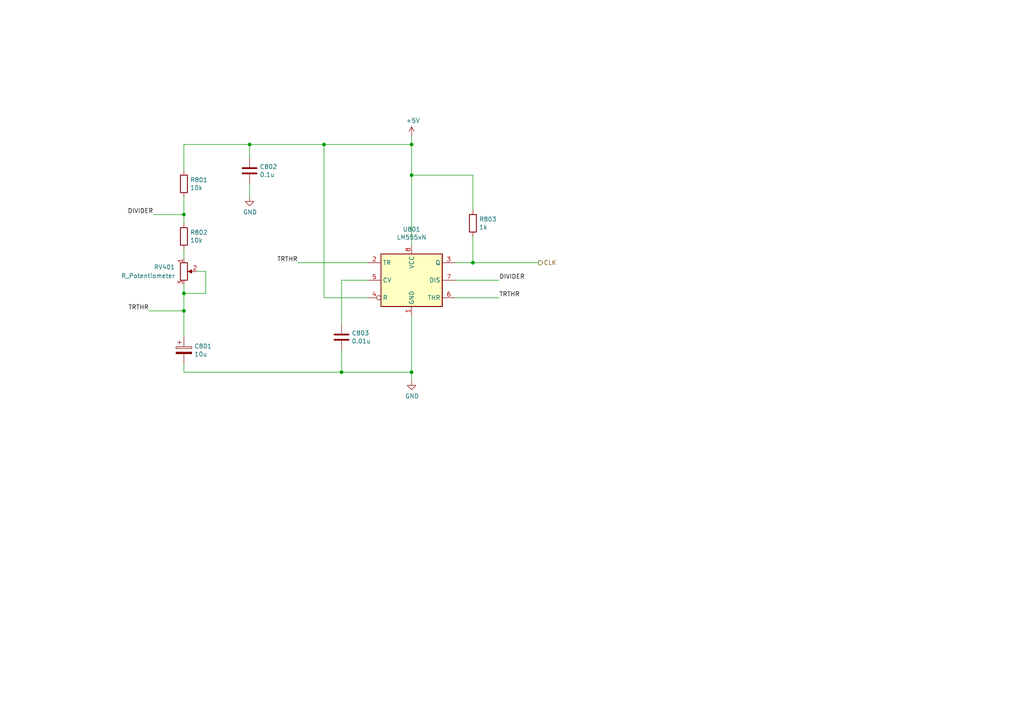
<source format=kicad_sch>
(kicad_sch (version 20230121) (generator eeschema)
  (paper "A4")
  (lib_symbols
    (symbol "Device:C" (pin_numbers hide) (pin_names (offset 0.254))
      (property "Reference" "C" (at 0.635 2.54 0))
      (property "Value" "C" (at 0.635 -2.54 0))
      (symbol "C_0_1"
        (polyline (pts (xy -2.032 -0.762) (xy 2.032 -0.762)) (stroke (width 0.508)))
        (polyline (pts (xy -2.032 0.762) (xy 2.032 0.762)) (stroke (width 0.508)))
      )
      (symbol "C_1_1"
        (pin passive line (at 0 3.81 270) (length 2.794) (name "~") (number "1"))
        (pin passive line (at 0 -3.81 90) (length 2.794) (name "~") (number "2"))
      )
    )
    (symbol "Device:R" (pin_numbers hide) (pin_names (offset 0))
      (property "Reference" "R" (at 2.032 0 90))
      (property "Value" "R" (at 0 0 90))
      (symbol "R_0_1"
        (rectangle (start -1.016 -2.54) (end 1.016 2.54) (stroke (width 0.254)))
      )
      (symbol "R_1_1"
        (pin passive line (at 0 3.81 270) (length 1.27) (name "~") (number "1"))
        (pin passive line (at 0 -3.81 90) (length 1.27) (name "~") (number "2"))
      )
    )
    (symbol "Device:R_Potentiometer" (pin_names (offset 1.016) hide)
      (property "Reference" "RV" (at -4.445 0 90))
      (property "Value" "R_Potentiometer" (at -2.54 0 90))
      (symbol "R_Potentiometer_0_1"
        (polyline (pts (xy 2.54 0) (xy 1.524 0)))
        (polyline (pts (xy 1.143 0) (xy 2.286 0.508) (xy 2.286 -0.508) (xy 1.143 0)) (fill (type outline)))
        (rectangle (start 1.016 2.54) (end -1.016 -2.54) (stroke (width 0.254)))
      )
      (symbol "R_Potentiometer_1_1"
        (pin passive line (at 0 3.81 270) (length 1.27) (name "1") (number "1"))
        (pin passive line (at 3.81 0 180) (length 1.27) (name "2") (number "2"))
        (pin passive line (at 0 -3.81 90) (length 1.27) (name "3") (number "3"))
      )
    )
    (symbol "LFSR Logo-rescue:CP-Device" (pin_numbers hide) (pin_names (offset 0.254))
      (property "Reference" "C" (at 0.635 2.54 0))
      (property "Value" "Device_CP" (at 0.635 -2.54 0))
      (symbol "CP-Device_0_1"
        (rectangle (start -2.286 0.508) (end 2.286 1.016))
        (polyline (pts (xy -1.778 2.286) (xy -0.762 2.286)))
        (polyline (pts (xy -1.27 2.794) (xy -1.27 1.778)))
        (rectangle (start 2.286 -0.508) (end -2.286 -1.016) (fill (type outline)))
      )
      (symbol "CP-Device_1_1"
        (pin passive line (at 0 3.81 270) (length 2.794) (name "~") (number "1"))
        (pin passive line (at 0 -3.81 90) (length 2.794) (name "~") (number "2"))
      )
    )
    (symbol "Timer:LM555xN"
      (property "Reference" "U" (at -10.16 8.89 0))
      (property "Value" "LM555xN" (at 2.54 8.89 0))
      (symbol "LM555xN_0_0"
        (pin power_in line (at 0 -10.16 90) (length 2.54) (name "GND") (number "1"))
        (pin power_in line (at 0 10.16 270) (length 2.54) (name "VCC") (number "8"))
      )
      (symbol "LM555xN_0_1"
        (rectangle (start -8.89 -7.62) (end 8.89 7.62) (stroke (width 0.254)) (fill (type background)))
        (rectangle (start -8.89 -7.62) (end 8.89 7.62) (stroke (width 0.254)) (fill (type background)))
      )
      (symbol "LM555xN_1_1"
        (pin input line (at -12.7 5.08 0) (length 3.81) (name "TR") (number "2"))
        (pin output line (at 12.7 5.08 180) (length 3.81) (name "Q") (number "3"))
        (pin input inverted (at -12.7 -5.08 0) (length 3.81) (name "R") (number "4"))
        (pin input line (at -12.7 0 0) (length 3.81) (name "CV") (number "5"))
        (pin input line (at 12.7 -5.08 180) (length 3.81) (name "THR") (number "6"))
        (pin input line (at 12.7 0 180) (length 3.81) (name "DIS") (number "7"))
      )
    )
    (symbol "power:+5V" (power) (pin_names (offset 0))
      (property "Value" "+5V" (at 0 3.556 0))
      (symbol "+5V_0_1"
        (polyline (pts (xy -0.762 1.27) (xy 0 2.54)))
        (polyline (pts (xy 0 0) (xy 0 2.54)))
        (polyline (pts (xy 0 2.54) (xy 0.762 1.27)))
      )
      (symbol "+5V_1_1"
        (pin power_in line (at 0 0 90) (length 0) hide (name "+5V") (number "1"))
      )
    )
    (symbol "power:GND" (power) (pin_names (offset 0))
      (property "Value" "GND" (at 0 -3.81 0))
      (symbol "GND_0_1"
        (polyline (pts (xy 0 0) (xy 0 -1.27) (xy 1.27 -1.27) (xy 0 -2.54) (xy -1.27 -1.27) (xy 0 -1.27)))
      )
      (symbol "GND_1_1"
        (pin power_in line (at 0 0 270) (length 0) hide (name "GND") (number "1"))
      )
    )
  )
  (junction (at 53.34 85.09))
  (junction (at 53.34 90.17))
  (junction (at 72.39 41.91))
  (junction (at 137.16 76.2))
  (junction (at 119.38 107.95))
  (junction (at 119.38 50.8))
  (junction (at 99.06 107.95))
  (junction (at 119.38 41.91))
  (junction (at 93.98 41.91))
  (junction (at 53.34 62.23))
  (wire (pts (xy 119.38 91.44) (xy 119.38 107.95)))
  (wire (pts (xy 119.38 107.95) (xy 119.38 110.49)))
  (wire (pts (xy 106.68 86.36) (xy 93.98 86.36)))
  (wire (pts (xy 137.16 68.58) (xy 137.16 76.2)))
  (wire (pts (xy 93.98 41.91) (xy 119.38 41.91)))
  (wire (pts (xy 53.34 105.41) (xy 53.34 107.95)))
  (wire (pts (xy 43.18 90.17) (xy 53.34 90.17)))
  (wire (pts (xy 53.34 62.23) (xy 53.34 64.77)))
  (wire (pts (xy 132.08 76.2) (xy 137.16 76.2)))
  (wire (pts (xy 53.34 107.95) (xy 99.06 107.95)))
  (wire (pts (xy 137.16 60.96) (xy 137.16 50.8)))
  (wire (pts (xy 86.36 76.2) (xy 106.68 76.2)))
  (wire (pts (xy 132.08 86.36) (xy 144.78 86.36)))
  (wire (pts (xy 72.39 41.91) (xy 93.98 41.91)))
  (wire (pts (xy 59.69 78.74) (xy 59.69 85.09)))
  (wire (pts (xy 72.39 45.72) (xy 72.39 41.91)))
  (wire (pts (xy 72.39 57.15) (xy 72.39 53.34)))
  (wire (pts (xy 137.16 50.8) (xy 119.38 50.8)))
  (wire (pts (xy 99.06 81.28) (xy 99.06 93.98)))
  (wire (pts (xy 53.34 72.39) (xy 53.34 74.93)))
  (wire (pts (xy 53.34 49.53) (xy 53.34 41.91)))
  (wire (pts (xy 106.68 81.28) (xy 99.06 81.28)))
  (wire (pts (xy 119.38 71.12) (xy 119.38 50.8)))
  (wire (pts (xy 53.34 85.09) (xy 53.34 90.17)))
  (wire (pts (xy 53.34 82.55) (xy 53.34 85.09)))
  (wire (pts (xy 57.15 78.74) (xy 59.69 78.74)))
  (wire (pts (xy 137.16 76.2) (xy 156.21 76.2)))
  (wire (pts (xy 44.45 62.23) (xy 53.34 62.23)))
  (wire (pts (xy 99.06 101.6) (xy 99.06 107.95)))
  (wire (pts (xy 53.34 57.15) (xy 53.34 62.23)))
  (wire (pts (xy 132.08 81.28) (xy 144.78 81.28)))
  (wire (pts (xy 53.34 90.17) (xy 53.34 97.79)))
  (wire (pts (xy 119.38 50.8) (xy 119.38 41.91)))
  (wire (pts (xy 53.34 41.91) (xy 72.39 41.91)))
  (wire (pts (xy 53.34 85.09) (xy 59.69 85.09)))
  (wire (pts (xy 93.98 86.36) (xy 93.98 41.91)))
  (wire (pts (xy 119.38 41.91) (xy 119.38 39.37)))
  (wire (pts (xy 99.06 107.95) (xy 119.38 107.95)))
  (label "TRTHR" (at 86.36 76.2 180))
  (label "DIVIDER" (at 44.45 62.23 180))
  (label "TRTHR" (at 144.78 86.36 0))
  (label "TRTHR" (at 43.18 90.17 180))
  (label "DIVIDER" (at 144.78 81.28 0))
  (hierarchical_label "CLK" (shape output) (at 156.21 76.2 0))
  (symbol (lib_id "Device:R") (at 137.16 64.77 0) (unit 1)
    (property "Reference" "R803" (at 138.938 63.6016 0) (effects (justify left)))
    (property "Value" "1k" (at 138.938 65.913 0) (effects (justify left)))
    (property "Footprint" "Resistor_THT:R_Axial_DIN0207_L6.3mm_D2.5mm_P7.62mm_Horizontal" (effects hide))
    (instances (project "LFSR Logo" (path "" (reference "R803") (unit 1)) (path "" (reference "R?") (unit 1))) (project "LFSR Disc 24" (path "" (reference "R403") (unit 1))))
  )
  (symbol (lib_id "Timer:LM555xN") (at 119.38 81.28 0) (unit 1)
    (property "Reference" "U801" (at 119.38 66.5226 0))
    (property "Value" "LM555xN" (at 119.38 68.834 0))
    (property "Footprint" "Package_DIP:DIP-8_W7.62mm_Socket" (effects hide))
    (property "Datasheet" "http://www.ti.com/lit/ds/symlink/lm555.pdf" (effects hide))
    (instances (project "LFSR Logo" (path "" (reference "U801") (unit 1)) (path "" (reference "U?") (unit 1))) (project "LFSR Disc 24" (path "" (reference "U401") (unit 1))))
  )
  (symbol (lib_id "power:GND") (at 72.39 57.15 0) (unit 1)
    (property "Reference" "#PWR0801" (effects hide))
    (property "Value" "GND" (at 72.517 61.5442 0))
    (instances (project "LFSR Logo" (path "" (reference "#PWR0801") (unit 1)) (path "" (reference "#PWR?") (unit 1))) (project "LFSR Disc 24" (path "" (reference "#PWR0401") (unit 1))))
  )
  (symbol (lib_id "Device:C") (at 72.39 49.53 180) (unit 1)
    (property "Reference" "C802" (at 75.311 48.3616 0) (effects (justify right)))
    (property "Value" "0.1u" (at 75.311 50.673 0) (effects (justify right)))
    (property "Footprint" "Capacitor_THT:C_Disc_D4.3mm_W1.9mm_P5.00mm" (effects hide))
    (instances (project "LFSR Logo" (path "" (reference "C802") (unit 1)) (path "" (reference "C?") (unit 1))) (project "LFSR Disc 24" (path "" (reference "C402") (unit 1))))
  )
  (symbol (lib_id "Device:R") (at 53.34 53.34 0) (unit 1)
    (property "Reference" "R801" (at 55.118 52.1716 0) (effects (justify left)))
    (property "Value" "10k" (at 55.118 54.483 0) (effects (justify left)))
    (property "Footprint" "Resistor_THT:R_Axial_DIN0207_L6.3mm_D2.5mm_P7.62mm_Horizontal" (effects hide))
    (instances (project "LFSR Logo" (path "" (reference "R801") (unit 1)) (path "" (reference "R?") (unit 1))) (project "LFSR Disc 24" (path "" (reference "R401") (unit 1))))
  )
  (symbol (lib_id "Device:R_Potentiometer") (at 53.34 78.74 0) (unit 1)
    (property "Reference" "RV401" (at 50.8 77.47 0) (effects (justify right)))
    (property "Value" "R_Potentiometer" (at 50.8 80.01 0) (effects (justify right)))
    (property "Footprint" "Potentiometer_THT:Potentiometer_Piher_PT-10-V10_Vertical" (effects hide))
  )
  (symbol (lib_id "Device:C") (at 99.06 97.79 0) (unit 1)
    (property "Reference" "C803" (at 101.981 96.6216 0) (effects (justify left)))
    (property "Value" "0.01u" (at 101.981 98.933 0) (effects (justify left)))
    (property "Footprint" "Capacitor_THT:C_Disc_D3.4mm_W2.1mm_P2.50mm" (effects hide))
    (instances (project "LFSR Logo" (path "" (reference "C803") (unit 1)) (path "" (reference "C?") (unit 1))) (project "LFSR Disc 24" (path "" (reference "C403") (unit 1))))
  )
  (symbol (lib_id "LFSR Logo-rescue:CP-Device") (at 53.34 101.6 0) (unit 1)
    (property "Reference" "C801" (at 56.3372 100.4316 0) (effects (justify left)))
    (property "Value" "10u" (at 56.3372 102.743 0) (effects (justify left)))
    (property "Footprint" "Capacitor_THT:CP_Radial_D4.0mm_P1.50mm" (effects hide))
    (instances (project "LFSR Logo" (path "" (reference "C801") (unit 1)) (path "" (reference "C?") (unit 1)) (path "" (reference "C801") (unit 1))) (project "LFSR Disc 24" (path "" (reference "C401") (unit 1))))
  )
  (symbol (lib_id "power:+5V") (at 119.38 39.37 0) (unit 1)
    (property "Reference" "#PWR0802" (effects hide))
    (property "Value" "+5V" (at 119.761 34.9758 0))
    (instances (project "LFSR Logo" (path "" (reference "#PWR0802") (unit 1)) (path "" (reference "#PWR?") (unit 1))) (project "LFSR Disc 24" (path "" (reference "#PWR0402") (unit 1))))
  )
  (symbol (lib_id "Device:R") (at 53.34 68.58 0) (unit 1)
    (property "Reference" "R802" (at 55.118 67.4116 0) (effects (justify left)))
    (property "Value" "10k" (at 55.118 69.723 0) (effects (justify left)))
    (property "Footprint" "Resistor_THT:R_Axial_DIN0207_L6.3mm_D2.5mm_P7.62mm_Horizontal" (effects hide))
    (instances (project "LFSR Logo" (path "" (reference "R802") (unit 1)) (path "" (reference "R?") (unit 1))) (project "LFSR Disc 24" (path "" (reference "R402") (unit 1))))
  )
  (symbol (lib_id "power:GND") (at 119.38 110.49 0) (unit 1)
    (property "Reference" "#PWR0803" (effects hide))
    (property "Value" "GND" (at 119.507 114.8842 0))
    (instances (project "LFSR Logo" (path "" (reference "#PWR0803") (unit 1)) (path "" (reference "#PWR?") (unit 1))) (project "LFSR Disc 24" (path "" (reference "#PWR0403") (unit 1))))
  )
)
</source>
